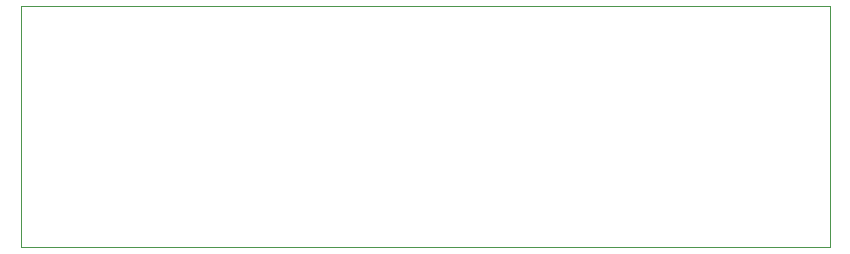
<source format=gbr>
%TF.GenerationSoftware,KiCad,Pcbnew,8.0.4+dfsg-1*%
%TF.CreationDate,2024-10-16T21:23:15+02:00*%
%TF.ProjectId,usb-serial,7573622d-7365-4726-9961-6c2e6b696361,rev?*%
%TF.SameCoordinates,Original*%
%TF.FileFunction,Profile,NP*%
%FSLAX46Y46*%
G04 Gerber Fmt 4.6, Leading zero omitted, Abs format (unit mm)*
G04 Created by KiCad (PCBNEW 8.0.4+dfsg-1) date 2024-10-16 21:23:15*
%MOMM*%
%LPD*%
G01*
G04 APERTURE LIST*
%TA.AperFunction,Profile*%
%ADD10C,0.100000*%
%TD*%
G04 APERTURE END LIST*
D10*
X90000Y-10795000D02*
X68580000Y-10795000D01*
X68580000Y-31205000D01*
X90000Y-31205000D01*
X90000Y-10795000D01*
M02*

</source>
